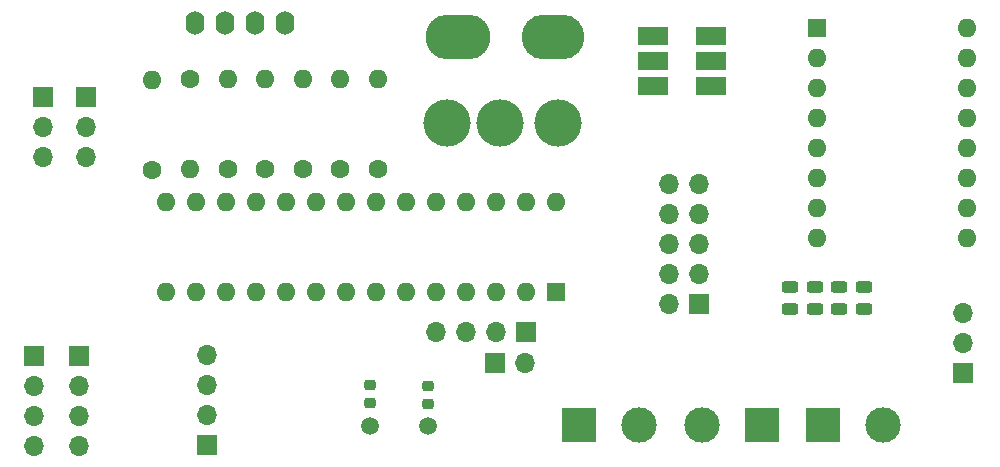
<source format=gbr>
%TF.GenerationSoftware,KiCad,Pcbnew,7.0.7*%
%TF.CreationDate,2025-01-17T17:57:09+01:00*%
%TF.ProjectId,minisumov3,6d696e69-7375-46d6-9f76-332e6b696361,rev?*%
%TF.SameCoordinates,Original*%
%TF.FileFunction,Soldermask,Top*%
%TF.FilePolarity,Negative*%
%FSLAX46Y46*%
G04 Gerber Fmt 4.6, Leading zero omitted, Abs format (unit mm)*
G04 Created by KiCad (PCBNEW 7.0.7) date 2025-01-17 17:57:09*
%MOMM*%
%LPD*%
G01*
G04 APERTURE LIST*
G04 Aperture macros list*
%AMRoundRect*
0 Rectangle with rounded corners*
0 $1 Rounding radius*
0 $2 $3 $4 $5 $6 $7 $8 $9 X,Y pos of 4 corners*
0 Add a 4 corners polygon primitive as box body*
4,1,4,$2,$3,$4,$5,$6,$7,$8,$9,$2,$3,0*
0 Add four circle primitives for the rounded corners*
1,1,$1+$1,$2,$3*
1,1,$1+$1,$4,$5*
1,1,$1+$1,$6,$7*
1,1,$1+$1,$8,$9*
0 Add four rect primitives between the rounded corners*
20,1,$1+$1,$2,$3,$4,$5,0*
20,1,$1+$1,$4,$5,$6,$7,0*
20,1,$1+$1,$6,$7,$8,$9,0*
20,1,$1+$1,$8,$9,$2,$3,0*%
G04 Aperture macros list end*
%ADD10RoundRect,0.225000X0.250000X-0.225000X0.250000X0.225000X-0.250000X0.225000X-0.250000X-0.225000X0*%
%ADD11C,1.600000*%
%ADD12O,1.600000X1.600000*%
%ADD13R,3.000000X3.000000*%
%ADD14C,3.000000*%
%ADD15O,1.600000X2.000000*%
%ADD16R,1.700000X1.700000*%
%ADD17O,1.700000X1.700000*%
%ADD18R,1.600000X1.600000*%
%ADD19RoundRect,0.243750X0.456250X-0.243750X0.456250X0.243750X-0.456250X0.243750X-0.456250X-0.243750X0*%
%ADD20C,4.000000*%
%ADD21R,2.600000X1.600000*%
%ADD22O,5.500000X3.800000*%
%ADD23O,5.300000X3.800000*%
%ADD24C,1.500000*%
G04 APERTURE END LIST*
D10*
%TO.C,C1*%
X144500000Y-113050000D03*
X144500000Y-111500000D03*
%TD*%
D11*
%TO.C,R3*%
X127500000Y-93200000D03*
D12*
X127500000Y-85580000D03*
%TD*%
D13*
%TO.C,M2*%
X157220000Y-114800000D03*
D14*
X162300000Y-114800000D03*
%TD*%
D15*
%TO.C,Brd1*%
X124760000Y-80800000D03*
X127300000Y-80800000D03*
X129840000Y-80800000D03*
X132380000Y-80800000D03*
%TD*%
D16*
%TO.C,SO1*%
X111100000Y-108980000D03*
D17*
X111100000Y-111520000D03*
X111100000Y-114060000D03*
X111100000Y-116600000D03*
%TD*%
D16*
%TO.C,J5*%
X150160000Y-109600000D03*
D17*
X152700000Y-109600000D03*
%TD*%
D10*
%TO.C,C2*%
X139600000Y-112975000D03*
X139600000Y-111425000D03*
%TD*%
D16*
%TO.C,S2*%
X115500000Y-87100000D03*
D17*
X115500000Y-89640000D03*
X115500000Y-92180000D03*
%TD*%
D18*
%TO.C,TB1*%
X177400000Y-81260000D03*
D12*
X177400000Y-83800000D03*
X177400000Y-86340000D03*
X177400000Y-88880000D03*
X177400000Y-91420000D03*
X177400000Y-93960000D03*
X177400000Y-96500000D03*
X177400000Y-99040000D03*
X190100000Y-99040000D03*
X190100000Y-96500000D03*
X190100000Y-93960000D03*
X190100000Y-91420000D03*
X190100000Y-88880000D03*
X190100000Y-86340000D03*
X190100000Y-83800000D03*
X190100000Y-81260000D03*
%TD*%
D11*
%TO.C,R5*%
X133900000Y-93200000D03*
D12*
X133900000Y-85580000D03*
%TD*%
D16*
%TO.C,S1*%
X111900000Y-87075000D03*
D17*
X111900000Y-89615000D03*
X111900000Y-92155000D03*
%TD*%
D16*
%TO.C,P1*%
X189800000Y-110425000D03*
D17*
X189800000Y-107885000D03*
X189800000Y-105345000D03*
%TD*%
D16*
%TO.C,J3*%
X167440000Y-104620000D03*
D17*
X164900000Y-104620000D03*
X167440000Y-102080000D03*
X164900000Y-102080000D03*
X167440000Y-99540000D03*
X164900000Y-99540000D03*
X167440000Y-97000000D03*
X164900000Y-97000000D03*
X167440000Y-94460000D03*
X164900000Y-94460000D03*
%TD*%
D19*
%TO.C,D3*%
X181400000Y-105037500D03*
X181400000Y-103162500D03*
%TD*%
D20*
%TO.C,SW1*%
X155499982Y-89299968D03*
X150581700Y-89288100D03*
X146058424Y-89258898D03*
%TD*%
D16*
%TO.C,J2*%
X152780000Y-107000000D03*
D17*
X150240000Y-107000000D03*
X147700000Y-107000000D03*
X145160000Y-107000000D03*
%TD*%
D11*
%TO.C,R2*%
X124300000Y-85580000D03*
D12*
X124300000Y-93200000D03*
%TD*%
D19*
%TO.C,D6*%
X175100000Y-105037500D03*
X175100000Y-103162500D03*
%TD*%
D21*
%TO.C,D1*%
X163550000Y-81900000D03*
X163550000Y-84000000D03*
X163550000Y-86100000D03*
X168450000Y-86100000D03*
X168450000Y-84000000D03*
X168450000Y-81900000D03*
%TD*%
D11*
%TO.C,R1*%
X121100000Y-93210000D03*
D12*
X121100000Y-85590000D03*
%TD*%
D22*
%TO.C,F1*%
X147050000Y-82000000D03*
D23*
X155050000Y-82000000D03*
%TD*%
D16*
%TO.C,J4*%
X125800000Y-116500000D03*
D17*
X125800000Y-113960000D03*
X125800000Y-111420000D03*
X125800000Y-108880000D03*
%TD*%
D11*
%TO.C,R7*%
X140200000Y-93200000D03*
D12*
X140200000Y-85580000D03*
%TD*%
D11*
%TO.C,R6*%
X137000000Y-93200000D03*
D12*
X137000000Y-85580000D03*
%TD*%
D19*
%TO.C,D4*%
X179300000Y-105037500D03*
X179300000Y-103162500D03*
%TD*%
D13*
%TO.C,M1*%
X177900000Y-114800000D03*
D14*
X182980000Y-114800000D03*
%TD*%
D19*
%TO.C,D5*%
X177200000Y-105037500D03*
X177200000Y-103162500D03*
%TD*%
D11*
%TO.C,R4*%
X130700000Y-93200000D03*
D12*
X130700000Y-85580000D03*
%TD*%
D17*
%TO.C,SO2*%
X114900000Y-116580000D03*
X114900000Y-114040000D03*
X114900000Y-111500000D03*
D16*
X114900000Y-108960000D03*
%TD*%
D18*
%TO.C,U1*%
X155300000Y-103600000D03*
D12*
X152760000Y-103600000D03*
X150220000Y-103600000D03*
X147680000Y-103600000D03*
X145140000Y-103600000D03*
X142600000Y-103600000D03*
X140060000Y-103600000D03*
X137520000Y-103600000D03*
X134980000Y-103600000D03*
X132440000Y-103600000D03*
X129900000Y-103600000D03*
X127360000Y-103600000D03*
X124820000Y-103600000D03*
X122280000Y-103600000D03*
X122280000Y-95980000D03*
X124820000Y-95980000D03*
X127360000Y-95980000D03*
X129900000Y-95980000D03*
X132440000Y-95980000D03*
X134980000Y-95980000D03*
X137520000Y-95980000D03*
X140060000Y-95980000D03*
X142600000Y-95980000D03*
X145140000Y-95980000D03*
X147680000Y-95980000D03*
X150220000Y-95980000D03*
X152760000Y-95980000D03*
X155300000Y-95980000D03*
%TD*%
D13*
%TO.C,J1*%
X172740000Y-114800000D03*
D14*
X167660000Y-114800000D03*
%TD*%
D24*
%TO.C,Y1*%
X139550000Y-114900000D03*
X144430000Y-114900000D03*
%TD*%
M02*

</source>
